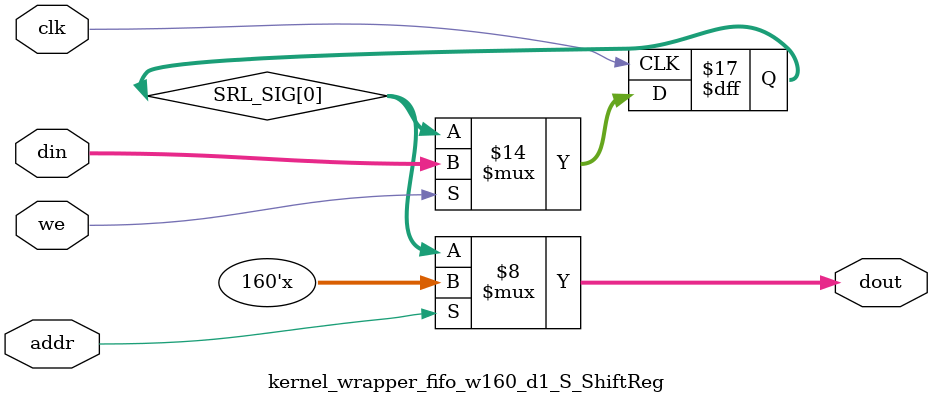
<source format=v>

`timescale 1 ns / 1 ps

module kernel_wrapper_fifo_w160_d1_S
#(parameter
    MEM_STYLE   = "shiftReg",
    DATA_WIDTH  = 160,
    ADDR_WIDTH  = 1,
    DEPTH       = 1)
(
    // system signal
    input  wire                  clk,
    input  wire                  reset,

    // write
    output wire                  if_full_n,
    input  wire                  if_write_ce,
    input  wire                  if_write,
    input  wire [DATA_WIDTH-1:0] if_din,
    
    // read 
    output wire [ADDR_WIDTH:0]   if_num_data_valid, // for FRP
    output wire [ADDR_WIDTH:0]   if_fifo_cap,       // for FRP
    output wire                  if_empty_n,
    input  wire                  if_read_ce,
    input  wire                  if_read,
    output wire [DATA_WIDTH-1:0] if_dout
);
//------------------------Parameter----------------------

//------------------------Local signal-------------------
wire [ADDR_WIDTH-1:0] addr;
wire                  push;
wire                  pop;
reg signed [ADDR_WIDTH:0]   mOutPtr;
reg                   empty_n = 1'b0;
reg                   full_n  = 1'b1;
// with almost full?  no 
//------------------------Instantiation------------------
kernel_wrapper_fifo_w160_d1_S_ShiftReg 
#(  .DATA_WIDTH (DATA_WIDTH),
    .ADDR_WIDTH (ADDR_WIDTH),
    .DEPTH      (DEPTH))
U_kernel_wrapper_fifo_w160_d1_S_ShiftReg (
    .clk        (clk),
    .we         (push),
    .addr       (addr),
    .din        (if_din),
    .dout       (if_dout)
);
//------------------------Task and function--------------

//------------------------Body---------------------------
// has num_data_valid ? 
assign if_num_data_valid = mOutPtr + 1'b1; // yes
assign if_fifo_cap = DEPTH; // yes 

// has almost full ? 
assign if_full_n  = full_n; //no 
assign if_empty_n = empty_n;

assign push = (if_write & if_write_ce) & full_n;
assign pop  = (if_read & if_read_ce) & empty_n;
assign addr = mOutPtr[ADDR_WIDTH] == 1'b0 ? mOutPtr[ADDR_WIDTH-1:0]:{ADDR_WIDTH{1'b0}};

// full_n
always @(posedge clk ) begin
    if (reset == 1'b1)
        full_n <= 1'b1;
    else if (push & ~pop) begin
        if (mOutPtr == DEPTH - 2)
            full_n <= 1'b0;
    end
    else if (~push & pop)
        full_n <= 1'b1;
end

// almost_full_n 

// empty_n
always @(posedge clk ) begin
    if (reset == 1'b1)
        empty_n <= 1'b0;
    else if (push & ~pop)
        empty_n <= 1'b1;
    else if (~push & pop) begin
        if (mOutPtr == 0)
            empty_n <= 1'b0;
    end
end

// mOutPtr
always @(posedge clk ) begin
    if (reset == 1'b1)
        mOutPtr <= {ADDR_WIDTH+1{1'b1}};
    else if (push & ~pop)
        mOutPtr <= mOutPtr + 1'b1;
    else if (~push & pop)
        mOutPtr <= mOutPtr - 1'b1;
end

endmodule  


module kernel_wrapper_fifo_w160_d1_S_ShiftReg
#(parameter
    DATA_WIDTH  = 160,
    ADDR_WIDTH  = 1,
    DEPTH       = 1)
(
    input  wire                  clk,
    input  wire                  we,
    input  wire [ADDR_WIDTH-1:0] addr,
    input  wire [DATA_WIDTH-1:0] din,
    output wire [DATA_WIDTH-1:0] dout
);

reg [DATA_WIDTH-1:0] SRL_SIG [0:DEPTH-1];
integer i;

always @ (posedge clk) begin
    if (we) begin
        for (i=0; i<DEPTH-1; i=i+1)
            SRL_SIG[i+1] <= SRL_SIG[i];
        SRL_SIG[0] <= din;
    end
end

assign dout = SRL_SIG[addr];

endmodule

</source>
